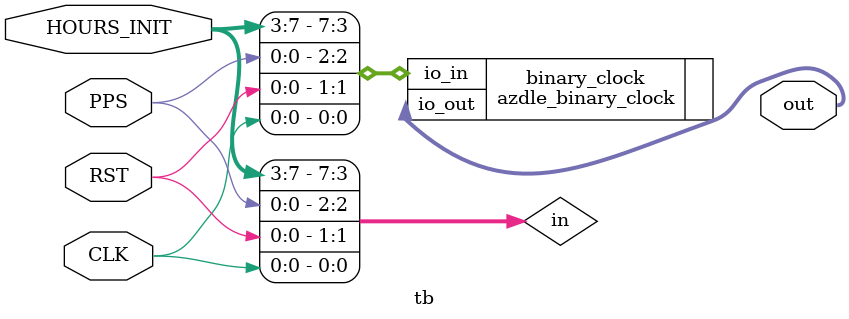
<source format=v>
`default_nettype none
`timescale 1ms/1ms

module tb (
  input CLK,
  input RST,
  input PPS,
  input [3:7] HOURS_INIT,
  output [7:0] out
);

    initial begin
        $dumpfile ("tb.vcd");
        $dumpvars (0, tb);
        #1;
    end

    wire [7:0] in = {HOURS_INIT, PPS, RST, CLK};

    azdle_binary_clock binary_clock (
        .io_out(out),
	.io_in(in)
    );

endmodule

</source>
